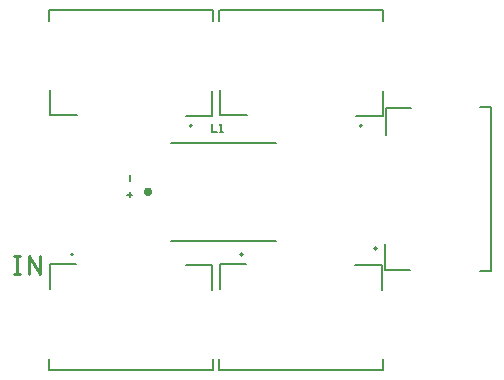
<source format=gto>
G04*
G04 #@! TF.GenerationSoftware,Altium Limited,Altium Designer,21.6.1 (37)*
G04*
G04 Layer_Color=65535*
%FSLAX44Y44*%
%MOMM*%
G71*
G04*
G04 #@! TF.SameCoordinates,4777B8CB-E48F-4368-B68D-2058CC3BE4D0*
G04*
G04*
G04 #@! TF.FilePolarity,Positive*
G04*
G01*
G75*
%ADD10C,0.2000*%
%ADD11C,0.3000*%
%ADD12C,0.1270*%
%ADD13C,0.1700*%
%ADD14C,0.2540*%
%ADD15C,0.1800*%
D10*
X1626000Y2674000D02*
G03*
X1626000Y2674000I-1000J0D01*
G01*
X1613500Y2778000D02*
G03*
X1613500Y2778000I-1000J0D01*
G01*
X1512500Y2669000D02*
G03*
X1512500Y2669000I-1000J0D01*
G01*
X1368881D02*
G03*
X1368881Y2669000I-1000J0D01*
G01*
X1469500Y2778000D02*
G03*
X1469500Y2778000I-1000J0D01*
G01*
D11*
X1434500Y2722000D02*
G03*
X1434500Y2722000I-2000J0D01*
G01*
D12*
X1723000Y2655000D02*
Y2793500D01*
X1713500Y2794000D02*
X1722500D01*
X1723000Y2793500D01*
X1713500Y2655000D02*
X1723000D01*
X1633500Y2655500D02*
Y2678000D01*
Y2655500D02*
X1654500D01*
X1634000Y2770500D02*
Y2793000D01*
X1655000D01*
X1493000Y2876000D02*
X1631500D01*
X1492500Y2866500D02*
Y2875500D01*
X1493000Y2876000D01*
X1631500Y2866500D02*
Y2876000D01*
X1608500Y2786500D02*
X1631000D01*
Y2807500D01*
X1493500Y2787000D02*
X1516000D01*
X1493500D02*
Y2808000D01*
X1451500Y2680700D02*
X1540500D01*
X1451500Y2763300D02*
X1540500D01*
X1630500Y2639000D02*
Y2660000D01*
X1608000D02*
X1630500D01*
X1493000Y2639500D02*
Y2660500D01*
X1515500D01*
X1492500Y2571000D02*
Y2580500D01*
X1631000Y2571000D02*
X1631500Y2571500D01*
Y2580500D01*
X1492500Y2571000D02*
X1631000D01*
X1486881Y2639000D02*
Y2660000D01*
X1464381D02*
X1486881D01*
X1349381Y2639500D02*
Y2660500D01*
X1371881D01*
X1348881Y2571000D02*
Y2580500D01*
X1487381Y2571000D02*
X1487881Y2571500D01*
Y2580500D01*
X1348881Y2571000D02*
X1487381D01*
X1349500Y2787000D02*
Y2808000D01*
Y2787000D02*
X1372000D01*
X1487000Y2786500D02*
Y2807500D01*
X1464500Y2786500D02*
X1487000D01*
X1487500Y2866500D02*
Y2876000D01*
X1348500Y2875500D02*
X1349000Y2876000D01*
X1348500Y2866500D02*
Y2875500D01*
X1349000Y2876000D02*
X1487500D01*
D13*
X1416915Y2717394D02*
Y2722059D01*
X1414583Y2719727D02*
X1419248D01*
X1416915Y2731389D02*
Y2736055D01*
D14*
X1318574Y2667619D02*
X1323653D01*
X1321114D01*
Y2652384D01*
X1318574D01*
X1323653D01*
X1331270D02*
Y2667619D01*
X1341427Y2652384D01*
Y2667619D01*
D15*
X1486335Y2779499D02*
Y2772501D01*
X1491000D01*
X1493333D02*
X1495665D01*
X1494499D01*
Y2779499D01*
X1493333Y2778333D01*
M02*

</source>
